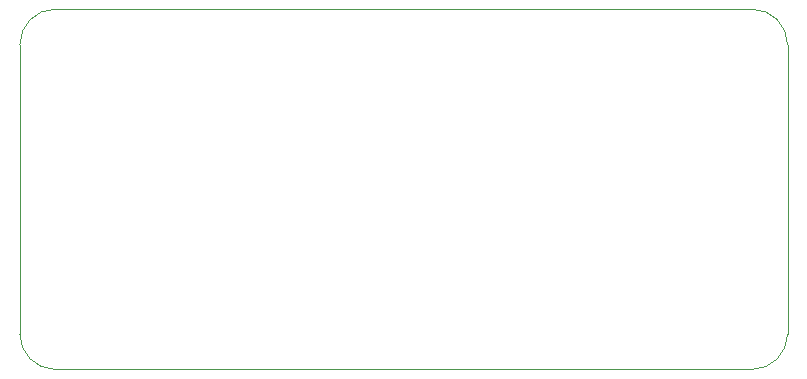
<source format=gbr>
G04 #@! TF.GenerationSoftware,KiCad,Pcbnew,6.0.2-378541a8eb~116~ubuntu20.04.1*
G04 #@! TF.CreationDate,2022-02-27T20:25:46+11:00*
G04 #@! TF.ProjectId,PiConnectLite,5069436f-6e6e-4656-9374-4c6974652e6b,rev?*
G04 #@! TF.SameCoordinates,Original*
G04 #@! TF.FileFunction,Profile,NP*
%FSLAX46Y46*%
G04 Gerber Fmt 4.6, Leading zero omitted, Abs format (unit mm)*
G04 Created by KiCad (PCBNEW 6.0.2-378541a8eb~116~ubuntu20.04.1) date 2022-02-27 20:25:46*
%MOMM*%
%LPD*%
G01*
G04 APERTURE LIST*
G04 #@! TA.AperFunction,Profile*
%ADD10C,0.100000*%
G04 #@! TD*
G04 APERTURE END LIST*
D10*
X117500000Y-91000000D02*
X140500000Y-91000000D01*
X143500000Y-63500000D02*
G75*
G03*
X140500000Y-60500000I-3000001J-1D01*
G01*
X143500000Y-68000000D02*
X143500000Y-66500000D01*
X143500000Y-74000000D02*
X143500000Y-68000000D01*
X143500000Y-66500000D02*
X143500000Y-63500000D01*
X140500000Y-91000001D02*
G75*
G03*
X143499995Y-88005236I-2J3000002D01*
G01*
X78500000Y-63500000D02*
X78500000Y-88000000D01*
X81500000Y-60500000D02*
G75*
G03*
X78500000Y-63500000I1J-3000001D01*
G01*
X143499995Y-88005236D02*
X143500000Y-74000000D01*
X140500000Y-60500000D02*
X81500000Y-60500000D01*
X78500000Y-88000000D02*
G75*
G03*
X81500000Y-91000000I3000001J1D01*
G01*
X81500000Y-91000000D02*
X117500000Y-91000000D01*
M02*

</source>
